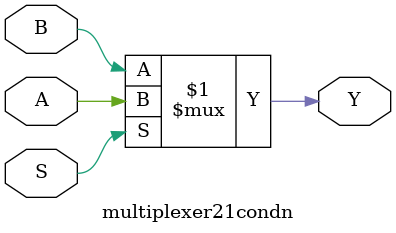
<source format=v>
module multiplexer21condn(Y,A,B,S);
input A,B;
input S;
output Y;
assign  Y = S?A:B;
endmodule
</source>
